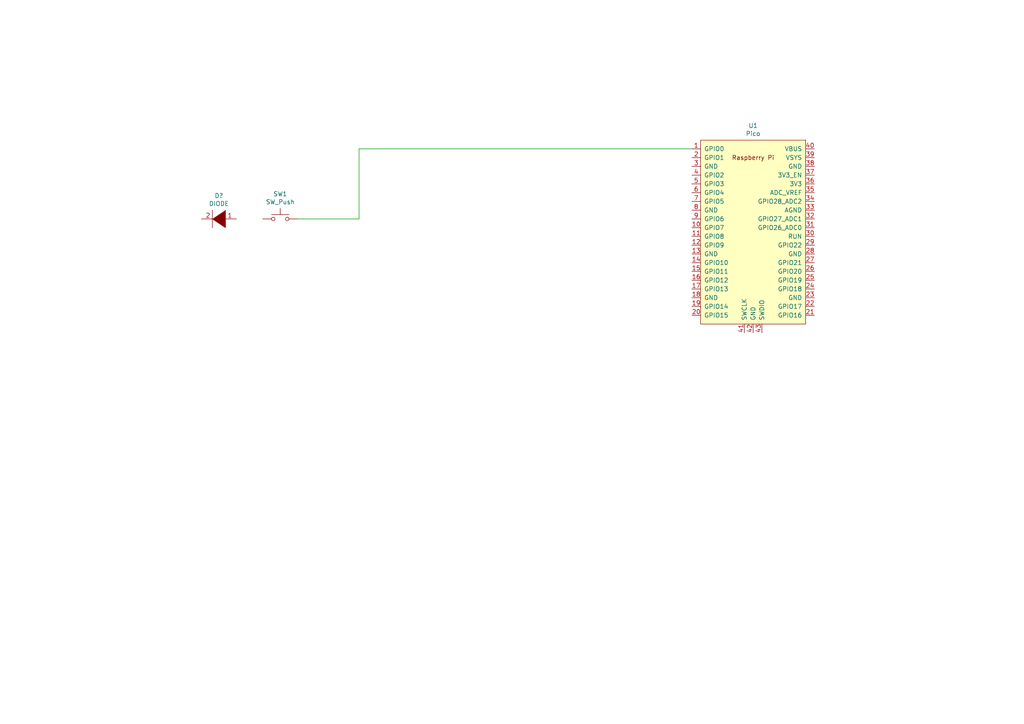
<source format=kicad_sch>
(kicad_sch (version 20230121) (generator eeschema)
  (paper "A4")
  (lib_symbols
    (symbol "Switch:SW_Push" (pin_numbers hide) (pin_names (offset 1.016) hide)
      (property "Reference" "SW" (at 1.27 2.54 0))
      (property "Value" "SW_Push" (at 0 -1.524 0))
      (symbol "SW_Push_0_1"
        (circle (center -2.032 0) (radius 0.508))
        (polyline (pts (xy 0 1.27) (xy 0 3.048)))
        (polyline (pts (xy 2.54 1.27) (xy -2.54 1.27)))
        (circle (center 2.032 0) (radius 0.508))
        (pin passive line (at -5.08 0 0) (length 2.54) (name "1") (number "1"))
        (pin passive line (at 5.08 0 180) (length 2.54) (name "2") (number "2"))
      )
    )
    (symbol "kb-rescue:DIODE-pspice" (pin_names (offset 1.016) hide)
      (property "Reference" "D" (at 0 3.81 0))
      (property "Value" "pspice_DIODE" (at 0 -4.445 0))
      (symbol "DIODE-pspice_0_1"
        (polyline (pts (xy 1.905 2.54) (xy 1.905 -2.54)))
        (polyline (pts (xy -1.905 2.54) (xy -1.905 -2.54) (xy 1.905 0)) (fill (type outline)))
      )
      (symbol "DIODE-pspice_1_1"
        (pin input line (at -5.08 0 0) (length 3.81) (name "K") (number "1"))
        (pin input line (at 5.08 0 180) (length 3.81) (name "A") (number "2"))
      )
    )
    (symbol "kb-rescue:Pico-MCU_RaspberryPi_and_Boards" (pin_names (offset 1.016))
      (property "Reference" "U" (at -13.97 27.94 0))
      (property "Value" "MCU_RaspberryPi_and_Boards_Pico" (at 0 19.05 0))
      (symbol "Pico-MCU_RaspberryPi_and_Boards_0_0"
        (text "Raspberry Pi" (at 0 21.59 0) (effects (font (size 1.27 1.27))))
      )
      (symbol "Pico-MCU_RaspberryPi_and_Boards_0_1"
        (rectangle (start -15.24 26.67) (end 15.24 -26.67) (fill (type background)))
      )
      (symbol "Pico-MCU_RaspberryPi_and_Boards_1_1"
        (pin bidirectional line (at -17.78 24.13 0) (length 2.54) (name "GPIO0") (number "1"))
        (pin bidirectional line (at -17.78 1.27 0) (length 2.54) (name "GPIO7") (number "10"))
        (pin bidirectional line (at -17.78 -1.27 0) (length 2.54) (name "GPIO8") (number "11"))
        (pin bidirectional line (at -17.78 -3.81 0) (length 2.54) (name "GPIO9") (number "12"))
        (pin power_in line (at -17.78 -6.35 0) (length 2.54) (name "GND") (number "13"))
        (pin bidirectional line (at -17.78 -8.89 0) (length 2.54) (name "GPIO10") (number "14"))
        (pin bidirectional line (at -17.78 -11.43 0) (length 2.54) (name "GPIO11") (number "15"))
        (pin bidirectional line (at -17.78 -13.97 0) (length 2.54) (name "GPIO12") (number "16"))
        (pin bidirectional line (at -17.78 -16.51 0) (length 2.54) (name "GPIO13") (number "17"))
        (pin power_in line (at -17.78 -19.05 0) (length 2.54) (name "GND") (number "18"))
        (pin bidirectional line (at -17.78 -21.59 0) (length 2.54) (name "GPIO14") (number "19"))
        (pin bidirectional line (at -17.78 21.59 0) (length 2.54) (name "GPIO1") (number "2"))
        (pin bidirectional line (at -17.78 -24.13 0) (length 2.54) (name "GPIO15") (number "20"))
        (pin bidirectional line (at 17.78 -24.13 180) (length 2.54) (name "GPIO16") (number "21"))
        (pin bidirectional line (at 17.78 -21.59 180) (length 2.54) (name "GPIO17") (number "22"))
        (pin power_in line (at 17.78 -19.05 180) (length 2.54) (name "GND") (number "23"))
        (pin bidirectional line (at 17.78 -16.51 180) (length 2.54) (name "GPIO18") (number "24"))
        (pin bidirectional line (at 17.78 -13.97 180) (length 2.54) (name "GPIO19") (number "25"))
        (pin bidirectional line (at 17.78 -11.43 180) (length 2.54) (name "GPIO20") (number "26"))
        (pin bidirectional line (at 17.78 -8.89 180) (length 2.54) (name "GPIO21") (number "27"))
        (pin power_in line (at 17.78 -6.35 180) (length 2.54) (name "GND") (number "28"))
        (pin bidirectional line (at 17.78 -3.81 180) (length 2.54) (name "GPIO22") (number "29"))
        (pin power_in line (at -17.78 19.05 0) (length 2.54) (name "GND") (number "3"))
        (pin input line (at 17.78 -1.27 180) (length 2.54) (name "RUN") (number "30"))
        (pin bidirectional line (at 17.78 1.27 180) (length 2.54) (name "GPIO26_ADC0") (number "31"))
        (pin bidirectional line (at 17.78 3.81 180) (length 2.54) (name "GPIO27_ADC1") (number "32"))
        (pin power_in line (at 17.78 6.35 180) (length 2.54) (name "AGND") (number "33"))
        (pin bidirectional line (at 17.78 8.89 180) (length 2.54) (name "GPIO28_ADC2") (number "34"))
        (pin unspecified line (at 17.78 11.43 180) (length 2.54) (name "ADC_VREF") (number "35"))
        (pin unspecified line (at 17.78 13.97 180) (length 2.54) (name "3V3") (number "36"))
        (pin input line (at 17.78 16.51 180) (length 2.54) (name "3V3_EN") (number "37"))
        (pin bidirectional line (at 17.78 19.05 180) (length 2.54) (name "GND") (number "38"))
        (pin unspecified line (at 17.78 21.59 180) (length 2.54) (name "VSYS") (number "39"))
        (pin bidirectional line (at -17.78 16.51 0) (length 2.54) (name "GPIO2") (number "4"))
        (pin unspecified line (at 17.78 24.13 180) (length 2.54) (name "VBUS") (number "40"))
        (pin input line (at -2.54 -29.21 90) (length 2.54) (name "SWCLK") (number "41"))
        (pin power_in line (at 0 -29.21 90) (length 2.54) (name "GND") (number "42"))
        (pin bidirectional line (at 2.54 -29.21 90) (length 2.54) (name "SWDIO") (number "43"))
        (pin bidirectional line (at -17.78 13.97 0) (length 2.54) (name "GPIO3") (number "5"))
        (pin bidirectional line (at -17.78 11.43 0) (length 2.54) (name "GPIO4") (number "6"))
        (pin bidirectional line (at -17.78 8.89 0) (length 2.54) (name "GPIO5") (number "7"))
        (pin power_in line (at -17.78 6.35 0) (length 2.54) (name "GND") (number "8"))
        (pin bidirectional line (at -17.78 3.81 0) (length 2.54) (name "GPIO6") (number "9"))
      )
    )
  )
  (wire (pts (xy 104.14 43.18) (xy 104.14 63.5)))
  (wire (pts (xy 104.14 63.5) (xy 86.36 63.5)))
  (wire (pts (xy 200.66 43.18) (xy 104.14 43.18)))
  (symbol (lib_id "Switch:SW_Push") (at 81.28 63.5 0) (unit 1)
    (property "Reference" "SW1" (at 81.28 56.261 0))
    (property "Value" "SW_Push" (at 81.28 58.5724 0))
    (property "Footprint" "Button_Switch_Keyboard:SW_Cherry_MX_1.00u_PCB" (effects hide))
  )
  (symbol (lib_id "kb-rescue:Pico-MCU_RaspberryPi_and_Boards") (at 218.44 67.31 0) (unit 1)
    (property "Reference" "U1" (at 218.44 36.449 0))
    (property "Value" "Pico" (at 218.44 38.7604 0))
    (property "Footprint" "MCU_RaspberryPi_and_Boards:RPi_Pico_SMD_TH" (effects hide))
  )
  (symbol (lib_id "kb-rescue:DIODE-pspice") (at 63.5 63.5 0) (mirror y) (unit 1)
    (property "Reference" "D?" (at 63.5 56.769 0))
    (property "Value" "DIODE" (at 63.5 59.0804 0))
    (property "Footprint" "Diode_THT:D_DO-35_SOD27_P10.16mm_Horizontal" (effects hide))
  )
)
</source>
